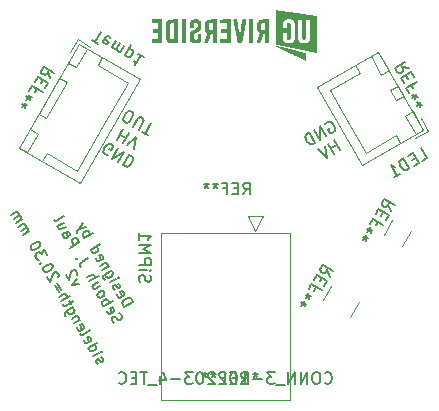
<source format=gbr>
%TF.GenerationSoftware,KiCad,Pcbnew,(6.0.8-1)-1*%
%TF.CreationDate,2022-11-30T21:43:59-05:00*%
%TF.ProjectId,Untitled,556e7469-746c-4656-942e-6b696361645f,rev?*%
%TF.SameCoordinates,Original*%
%TF.FileFunction,Legend,Bot*%
%TF.FilePolarity,Positive*%
%FSLAX46Y46*%
G04 Gerber Fmt 4.6, Leading zero omitted, Abs format (unit mm)*
G04 Created by KiCad (PCBNEW (6.0.8-1)-1) date 2022-11-30 21:43:59*
%MOMM*%
%LPD*%
G01*
G04 APERTURE LIST*
%ADD10C,0.150000*%
%ADD11C,0.120000*%
G04 APERTURE END LIST*
D10*
X95051138Y-67491243D02*
X95830561Y-67041243D01*
X95723418Y-66855666D01*
X95622017Y-66765749D01*
X95504929Y-66734375D01*
X95409270Y-66740117D01*
X95239380Y-66788716D01*
X95128034Y-66853001D01*
X95001001Y-66975831D01*
X94948198Y-67055804D01*
X94916825Y-67172891D01*
X94943995Y-67305666D01*
X95051138Y-67491243D01*
X94466825Y-66393469D02*
X94472567Y-66489128D01*
X94558281Y-66637589D01*
X94638253Y-66690392D01*
X94733913Y-66684650D01*
X95030836Y-66513221D01*
X95083638Y-66433249D01*
X95077896Y-66337589D01*
X94992182Y-66189128D01*
X94912209Y-66136326D01*
X94816550Y-66142067D01*
X94742319Y-66184925D01*
X94882374Y-66598936D01*
X94273968Y-66059430D02*
X94193995Y-66006628D01*
X94108281Y-65858167D01*
X94102539Y-65762507D01*
X94155341Y-65682535D01*
X94192457Y-65661106D01*
X94288116Y-65655364D01*
X94368088Y-65708167D01*
X94432374Y-65819513D01*
X94512347Y-65872315D01*
X94608006Y-65866573D01*
X94645121Y-65845144D01*
X94697924Y-65765172D01*
X94692182Y-65669513D01*
X94627896Y-65558167D01*
X94547924Y-65505364D01*
X93851138Y-65412782D02*
X94370753Y-65112782D01*
X94630561Y-64962782D02*
X94614874Y-65021326D01*
X94556330Y-65005639D01*
X94572017Y-64947095D01*
X94630561Y-64962782D01*
X94556330Y-65005639D01*
X93963610Y-64407590D02*
X93332649Y-64771876D01*
X93279847Y-64851848D01*
X93264160Y-64910392D01*
X93269902Y-65006051D01*
X93334188Y-65117398D01*
X93414160Y-65170200D01*
X93481111Y-64686161D02*
X93486852Y-64781821D01*
X93572567Y-64930282D01*
X93652539Y-64983084D01*
X93711083Y-64998771D01*
X93806742Y-64993029D01*
X94029435Y-64864458D01*
X94082237Y-64784485D01*
X94097924Y-64725941D01*
X94092182Y-64630282D01*
X94006468Y-64481821D01*
X93926495Y-64429018D01*
X93749325Y-64036436D02*
X93229709Y-64336436D01*
X93675094Y-64079293D02*
X93690781Y-64020749D01*
X93685039Y-63925090D01*
X93620753Y-63813744D01*
X93540781Y-63760942D01*
X93445121Y-63766684D01*
X93036852Y-64002398D01*
X92688253Y-63312892D02*
X92693995Y-63408552D01*
X92779709Y-63557013D01*
X92859682Y-63609815D01*
X92955341Y-63604074D01*
X93252264Y-63432645D01*
X93305066Y-63352673D01*
X93299325Y-63257013D01*
X93213610Y-63108552D01*
X93133638Y-63055750D01*
X93037979Y-63061491D01*
X92963748Y-63104349D01*
X93103803Y-63518359D01*
X92243995Y-62629129D02*
X93023418Y-62179129D01*
X92281111Y-62607700D02*
X92286852Y-62703360D01*
X92372567Y-62851821D01*
X92452539Y-62904623D01*
X92511083Y-62920310D01*
X92606742Y-62914568D01*
X92829435Y-62785997D01*
X92882237Y-62706024D01*
X92897924Y-62647481D01*
X92892182Y-62551821D01*
X92806468Y-62403360D01*
X92726495Y-62350558D01*
X91686852Y-61664129D02*
X92466275Y-61214129D01*
X92169352Y-61385558D02*
X92163610Y-61289898D01*
X92077896Y-61141437D01*
X91997924Y-61088635D01*
X91939380Y-61072948D01*
X91843720Y-61078690D01*
X91621028Y-61207261D01*
X91568226Y-61287234D01*
X91552539Y-61345778D01*
X91558281Y-61441437D01*
X91643995Y-61589898D01*
X91723968Y-61642701D01*
X91842182Y-60733168D02*
X91215424Y-60847591D01*
X91627896Y-60362014D02*
X91215424Y-60847591D01*
X91072704Y-61028965D01*
X91057017Y-61087509D01*
X91062759Y-61183168D01*
X94219097Y-68862391D02*
X94117696Y-68772474D01*
X94010553Y-68586897D01*
X94004811Y-68491237D01*
X94020498Y-68432693D01*
X94073300Y-68352721D01*
X94147531Y-68309864D01*
X94243190Y-68304122D01*
X94301734Y-68319809D01*
X94381706Y-68372611D01*
X94504536Y-68499644D01*
X94584509Y-68552446D01*
X94643053Y-68568133D01*
X94738712Y-68562391D01*
X94812943Y-68519534D01*
X94865745Y-68439562D01*
X94881432Y-68381018D01*
X94875690Y-68285358D01*
X94768547Y-68099781D01*
X94667146Y-68009864D01*
X93597668Y-67786045D02*
X93603410Y-67881705D01*
X93689124Y-68030166D01*
X93769097Y-68082968D01*
X93864756Y-68077227D01*
X94161679Y-67905798D01*
X94214481Y-67825825D01*
X94208739Y-67730166D01*
X94123025Y-67581705D01*
X94043053Y-67528902D01*
X93947393Y-67534644D01*
X93873163Y-67577501D01*
X94013217Y-67991512D01*
X93346267Y-67436320D02*
X94125690Y-66986320D01*
X93828767Y-67157749D02*
X93823025Y-67062089D01*
X93737311Y-66913628D01*
X93657338Y-66860826D01*
X93598794Y-66845139D01*
X93503135Y-66850881D01*
X93280443Y-66979452D01*
X93227641Y-67059425D01*
X93211954Y-67117969D01*
X93217696Y-67213628D01*
X93303410Y-67362089D01*
X93383382Y-67414892D01*
X92874838Y-66619782D02*
X92954811Y-66672584D01*
X93013355Y-66688271D01*
X93109014Y-66682529D01*
X93331706Y-66553958D01*
X93384509Y-66473985D01*
X93400195Y-66415441D01*
X93394454Y-66319782D01*
X93330168Y-66208436D01*
X93250195Y-66155634D01*
X93191652Y-66139947D01*
X93095992Y-66145689D01*
X92873300Y-66274260D01*
X92820498Y-66354233D01*
X92804811Y-66412776D01*
X92810553Y-66508436D01*
X92874838Y-66619782D01*
X92858739Y-65391898D02*
X92339124Y-65691898D01*
X93051597Y-65725936D02*
X92643327Y-65961650D01*
X92547668Y-65967392D01*
X92467696Y-65914590D01*
X92403410Y-65803244D01*
X92397668Y-65707584D01*
X92413355Y-65649040D01*
X92124838Y-65320744D02*
X92904261Y-64870744D01*
X91931981Y-64986705D02*
X92340250Y-64750991D01*
X92435910Y-64745249D01*
X92515882Y-64798052D01*
X92580168Y-64909398D01*
X92585910Y-65005057D01*
X92570223Y-65063601D01*
X92025690Y-63349013D02*
X91468959Y-63670442D01*
X91379042Y-63771843D01*
X91347668Y-63888931D01*
X91374838Y-64021706D01*
X91417696Y-64095936D01*
X91106212Y-63385003D02*
X91047668Y-63369316D01*
X91031981Y-63427860D01*
X91090525Y-63443546D01*
X91106212Y-63385003D01*
X91031981Y-63427860D01*
X90474838Y-62462860D02*
X91254261Y-62012860D01*
X91082833Y-61715937D01*
X91002860Y-61663135D01*
X90944316Y-61647448D01*
X90848657Y-61653190D01*
X90737311Y-61717475D01*
X90684509Y-61797448D01*
X90668822Y-61855992D01*
X90674564Y-61951651D01*
X90845992Y-62248574D01*
X89831981Y-61349399D02*
X90240250Y-61113684D01*
X90335910Y-61107943D01*
X90415882Y-61160745D01*
X90501597Y-61309206D01*
X90507338Y-61404866D01*
X89869097Y-61327970D02*
X89874838Y-61423629D01*
X89981981Y-61609206D01*
X90061954Y-61662009D01*
X90157613Y-61656267D01*
X90231844Y-61613410D01*
X90284646Y-61533437D01*
X90278904Y-61437778D01*
X90171761Y-61252201D01*
X90166020Y-61156542D01*
X89944454Y-60344207D02*
X89424838Y-60644207D01*
X90137311Y-60678245D02*
X89729042Y-60913959D01*
X89633382Y-60919701D01*
X89553410Y-60866899D01*
X89489124Y-60755553D01*
X89483382Y-60659893D01*
X89499069Y-60601349D01*
X89146267Y-60161707D02*
X89226240Y-60214509D01*
X89321899Y-60208767D01*
X89989976Y-59823053D01*
X91261011Y-65522552D02*
X90634253Y-65636975D01*
X91046726Y-65151398D01*
X91082302Y-64784447D02*
X91097989Y-64725903D01*
X91092247Y-64630244D01*
X90985105Y-64444667D01*
X90905132Y-64391865D01*
X90846588Y-64376178D01*
X90750929Y-64381920D01*
X90676698Y-64424777D01*
X90586781Y-64526178D01*
X90398539Y-65228706D01*
X90119967Y-64746206D01*
X92866498Y-72315621D02*
X92786525Y-72262819D01*
X92700811Y-72114358D01*
X92695069Y-72018698D01*
X92747871Y-71938726D01*
X92784987Y-71917297D01*
X92880646Y-71911556D01*
X92960618Y-71964358D01*
X93024904Y-72075704D01*
X93104877Y-72128506D01*
X93200536Y-72122764D01*
X93237651Y-72101336D01*
X93290453Y-72021363D01*
X93284712Y-71925704D01*
X93220426Y-71814358D01*
X93140453Y-71761556D01*
X92443668Y-71668973D02*
X92963283Y-71368973D01*
X93223091Y-71218973D02*
X93207404Y-71277517D01*
X93148860Y-71261830D01*
X93164547Y-71203286D01*
X93223091Y-71218973D01*
X93148860Y-71261830D01*
X92036525Y-70963781D02*
X92815948Y-70513781D01*
X92073640Y-70942353D02*
X92079382Y-71038012D01*
X92165096Y-71186473D01*
X92245069Y-71239276D01*
X92303613Y-71254962D01*
X92399272Y-71249221D01*
X92621964Y-71120649D01*
X92674767Y-71040677D01*
X92690453Y-70982133D01*
X92684712Y-70886473D01*
X92598997Y-70738012D01*
X92519025Y-70685210D01*
X91687926Y-70274276D02*
X91693668Y-70369935D01*
X91779382Y-70518397D01*
X91859355Y-70571199D01*
X91955014Y-70565457D01*
X92251937Y-70394028D01*
X92304739Y-70314056D01*
X92298997Y-70218397D01*
X92213283Y-70069935D01*
X92133311Y-70017133D01*
X92037651Y-70022875D01*
X91963421Y-70065732D01*
X92103475Y-70479743D01*
X91372239Y-69813204D02*
X91452212Y-69866007D01*
X91547871Y-69860265D01*
X92215948Y-69474551D01*
X91066498Y-69197930D02*
X91072239Y-69293589D01*
X91157954Y-69442051D01*
X91237926Y-69494853D01*
X91333585Y-69489111D01*
X91630508Y-69317683D01*
X91683311Y-69237710D01*
X91677569Y-69142051D01*
X91591855Y-68993589D01*
X91511882Y-68940787D01*
X91416223Y-68946529D01*
X91341992Y-68989386D01*
X91482047Y-69403397D01*
X91334712Y-68548205D02*
X90815096Y-68848205D01*
X91260481Y-68591062D02*
X91276168Y-68532518D01*
X91270426Y-68436859D01*
X91206140Y-68325513D01*
X91126168Y-68272710D01*
X91030508Y-68278452D01*
X90622239Y-68514166D01*
X90734712Y-67508974D02*
X90103750Y-67873260D01*
X90050948Y-67953233D01*
X90035261Y-68011776D01*
X90041003Y-68107436D01*
X90105289Y-68218782D01*
X90185261Y-68271584D01*
X90252212Y-67787546D02*
X90257954Y-67883205D01*
X90343668Y-68031667D01*
X90423640Y-68084469D01*
X90482184Y-68100156D01*
X90577844Y-68094414D01*
X90800536Y-67965842D01*
X90853338Y-67885870D01*
X90869025Y-67827326D01*
X90863283Y-67731667D01*
X90777569Y-67583205D01*
X90697596Y-67530403D01*
X90584712Y-67249167D02*
X90413283Y-66952244D01*
X90780234Y-66987821D02*
X90112157Y-67373535D01*
X90016498Y-67379277D01*
X89936525Y-67326474D01*
X89893668Y-67252244D01*
X89743668Y-66992436D02*
X90523091Y-66542436D01*
X89550811Y-66658398D02*
X89959080Y-66422683D01*
X90054739Y-66416942D01*
X90134712Y-66469744D01*
X90198997Y-66581090D01*
X90204739Y-66676749D01*
X90189052Y-66735293D01*
X89744794Y-66051530D02*
X89401937Y-65457684D01*
X89179245Y-65586255D02*
X89522102Y-66180101D01*
X89506003Y-64952217D02*
X89521690Y-64893673D01*
X89515948Y-64798013D01*
X89408805Y-64612437D01*
X89328833Y-64559634D01*
X89270289Y-64543948D01*
X89174629Y-64549689D01*
X89100398Y-64592546D01*
X89010481Y-64693948D01*
X88822239Y-65396475D01*
X88543668Y-64913975D01*
X89044519Y-63981475D02*
X89001662Y-63907244D01*
X88921690Y-63854442D01*
X88863146Y-63838755D01*
X88767486Y-63844497D01*
X88597596Y-63893096D01*
X88412019Y-64000239D01*
X88284987Y-64123069D01*
X88232184Y-64203041D01*
X88216498Y-64261585D01*
X88222239Y-64357244D01*
X88265096Y-64431475D01*
X88345069Y-64484277D01*
X88403613Y-64499964D01*
X88499272Y-64494222D01*
X88669162Y-64445624D01*
X88854739Y-64338481D01*
X88981772Y-64215651D01*
X89034574Y-64135678D01*
X89050261Y-64077135D01*
X89044519Y-63981475D01*
X87996470Y-63794772D02*
X87937926Y-63779085D01*
X87922239Y-63837629D01*
X87980783Y-63853316D01*
X87996470Y-63794772D01*
X87922239Y-63837629D01*
X88530234Y-63090706D02*
X88251662Y-62608206D01*
X88104739Y-63039443D01*
X88040453Y-62928096D01*
X87960481Y-62875294D01*
X87901937Y-62859607D01*
X87806278Y-62865349D01*
X87620701Y-62972492D01*
X87567899Y-63052465D01*
X87552212Y-63111009D01*
X87557954Y-63206668D01*
X87686525Y-63429360D01*
X87766498Y-63482162D01*
X87825041Y-63497849D01*
X87973091Y-62125706D02*
X87930234Y-62051476D01*
X87850261Y-61998674D01*
X87791717Y-61982987D01*
X87696058Y-61988729D01*
X87526168Y-62037327D01*
X87340591Y-62144470D01*
X87213558Y-62267300D01*
X87160756Y-62347272D01*
X87145069Y-62405816D01*
X87150811Y-62501476D01*
X87193668Y-62575706D01*
X87273640Y-62628509D01*
X87332184Y-62644195D01*
X87427844Y-62638454D01*
X87597734Y-62589855D01*
X87783311Y-62482712D01*
X87910344Y-62359882D01*
X87963146Y-62279910D01*
X87978833Y-62221366D01*
X87973091Y-62125706D01*
X86507954Y-61388014D02*
X87027569Y-61088014D01*
X86953338Y-61130872D02*
X86969025Y-61072328D01*
X86963283Y-60976668D01*
X86898997Y-60865322D01*
X86819025Y-60812520D01*
X86723366Y-60818262D01*
X86315096Y-61053976D01*
X86723366Y-60818262D02*
X86776168Y-60738289D01*
X86770426Y-60642630D01*
X86706140Y-60531284D01*
X86626168Y-60478482D01*
X86530508Y-60484223D01*
X86122239Y-60719938D01*
X85907954Y-60348784D02*
X86427569Y-60048784D01*
X86353338Y-60091641D02*
X86369025Y-60033097D01*
X86363283Y-59937438D01*
X86298997Y-59826092D01*
X86219025Y-59773290D01*
X86123366Y-59779031D01*
X85715096Y-60014746D01*
X86123366Y-59779031D02*
X86176168Y-59699059D01*
X86170426Y-59603400D01*
X86106140Y-59492053D01*
X86026168Y-59439251D01*
X85930508Y-59444993D01*
X85522239Y-59680707D01*
X120295314Y-55132249D02*
X120707707Y-54894154D01*
X120207707Y-54028128D01*
X119744734Y-54845283D02*
X119456059Y-55011950D01*
X119594245Y-55537011D02*
X120006639Y-55298916D01*
X119506639Y-54432890D01*
X119094245Y-54670986D01*
X119223092Y-55751297D02*
X118723092Y-54885271D01*
X118516895Y-55004319D01*
X118416987Y-55116987D01*
X118382127Y-55247084D01*
X118388507Y-55353373D01*
X118442506Y-55542139D01*
X118513934Y-55665857D01*
X118650412Y-55807005D01*
X118739270Y-55865674D01*
X118869368Y-55900534D01*
X119016895Y-55870344D01*
X119223092Y-55751297D01*
X117903434Y-56513201D02*
X118398306Y-56227487D01*
X118150870Y-56370344D02*
X117650870Y-55504319D01*
X117804777Y-55580418D01*
X117934875Y-55615277D01*
X118041163Y-55608898D01*
X93685171Y-54646361D02*
X93578882Y-54639981D01*
X93455165Y-54568553D01*
X93355256Y-54455885D01*
X93320397Y-54325787D01*
X93326776Y-54219499D01*
X93380775Y-54030732D01*
X93452204Y-53907014D01*
X93588681Y-53765866D01*
X93677539Y-53707197D01*
X93807637Y-53672338D01*
X93955165Y-53702527D01*
X94037643Y-53750146D01*
X94137552Y-53862814D01*
X94154981Y-53927863D01*
X93988315Y-54216538D01*
X93823357Y-54121300D01*
X94573754Y-54059670D02*
X94073754Y-54925695D01*
X95068626Y-54345384D01*
X94568626Y-55211410D01*
X95481019Y-54583479D02*
X94981019Y-55449505D01*
X95187215Y-55568553D01*
X95334743Y-55598742D01*
X95464840Y-55563882D01*
X95553699Y-55505213D01*
X95690176Y-55364065D01*
X95761605Y-55240348D01*
X95815604Y-55051581D01*
X95821983Y-54945293D01*
X95787124Y-54815195D01*
X95687215Y-54702527D01*
X95481019Y-54583479D01*
X95007600Y-52451083D02*
X94507600Y-53317109D01*
X94745696Y-52904716D02*
X95240567Y-53190430D01*
X95502472Y-52736798D02*
X95002472Y-53602823D01*
X95291147Y-53769490D02*
X96079822Y-53070131D01*
X95868497Y-54102823D01*
X95065165Y-51779951D02*
X95230122Y-51875189D01*
X95336410Y-51881568D01*
X95466508Y-51846709D01*
X95602985Y-51705561D01*
X95769652Y-51416886D01*
X95823650Y-51228119D01*
X95788791Y-51098022D01*
X95730122Y-51009163D01*
X95565165Y-50913925D01*
X95458876Y-50907545D01*
X95328779Y-50942405D01*
X95192301Y-51083553D01*
X95025635Y-51372228D01*
X94971636Y-51560994D01*
X95006495Y-51691092D01*
X95065165Y-51779951D01*
X95807472Y-52208522D02*
X96212234Y-51507454D01*
X96301092Y-51448785D01*
X96366141Y-51431355D01*
X96472429Y-51437735D01*
X96637387Y-51532973D01*
X96696056Y-51621831D01*
X96713485Y-51686880D01*
X96707106Y-51793168D01*
X96302344Y-52494236D01*
X96591019Y-52660903D02*
X97085891Y-52946617D01*
X97338455Y-51937735D02*
X96838455Y-52803760D01*
X96395238Y-65371428D02*
X96347619Y-65228571D01*
X96347619Y-64990476D01*
X96395238Y-64895238D01*
X96442857Y-64847619D01*
X96538095Y-64800000D01*
X96633333Y-64800000D01*
X96728571Y-64847619D01*
X96776190Y-64895238D01*
X96823809Y-64990476D01*
X96871428Y-65180952D01*
X96919047Y-65276190D01*
X96966666Y-65323809D01*
X97061904Y-65371428D01*
X97157142Y-65371428D01*
X97252380Y-65323809D01*
X97300000Y-65276190D01*
X97347619Y-65180952D01*
X97347619Y-64942857D01*
X97300000Y-64800000D01*
X96347619Y-64371428D02*
X97014285Y-64371428D01*
X97347619Y-64371428D02*
X97300000Y-64419047D01*
X97252380Y-64371428D01*
X97300000Y-64323809D01*
X97347619Y-64371428D01*
X97252380Y-64371428D01*
X96347619Y-63895238D02*
X97347619Y-63895238D01*
X97347619Y-63514285D01*
X97300000Y-63419047D01*
X97252380Y-63371428D01*
X97157142Y-63323809D01*
X97014285Y-63323809D01*
X96919047Y-63371428D01*
X96871428Y-63419047D01*
X96823809Y-63514285D01*
X96823809Y-63895238D01*
X96347619Y-62895238D02*
X97347619Y-62895238D01*
X96633333Y-62561904D01*
X97347619Y-62228571D01*
X96347619Y-62228571D01*
X96347619Y-61228571D02*
X96347619Y-61800000D01*
X96347619Y-61514285D02*
X97347619Y-61514285D01*
X97204761Y-61609523D01*
X97109523Y-61704761D01*
X97061904Y-61800000D01*
X112107328Y-51988884D02*
X112165997Y-51900026D01*
X112289715Y-51828597D01*
X112437243Y-51798408D01*
X112567340Y-51833268D01*
X112656199Y-51891937D01*
X112792676Y-52033085D01*
X112864105Y-52156802D01*
X112918104Y-52345569D01*
X112924483Y-52451857D01*
X112889624Y-52581955D01*
X112789715Y-52694623D01*
X112707237Y-52742242D01*
X112559709Y-52772431D01*
X112494661Y-52755001D01*
X112327994Y-52466326D01*
X112492951Y-52371088D01*
X112171126Y-53051766D02*
X111671126Y-52185740D01*
X111676254Y-53337480D01*
X111176254Y-52471455D01*
X111263861Y-53575575D02*
X110763861Y-52709550D01*
X110557665Y-52828597D01*
X110457756Y-52941265D01*
X110422897Y-53071363D01*
X110429276Y-53177651D01*
X110483275Y-53366418D01*
X110554704Y-53490136D01*
X110691181Y-53631284D01*
X110780039Y-53689953D01*
X110910137Y-53724812D01*
X111057665Y-53694623D01*
X111263861Y-53575575D01*
X113347280Y-54231781D02*
X112847280Y-53365756D01*
X113085375Y-53778149D02*
X112590503Y-54063863D01*
X112852408Y-54517495D02*
X112352408Y-53651470D01*
X112063733Y-53818137D02*
X112275058Y-54850829D01*
X111486382Y-54151470D01*
X92326084Y-44919490D02*
X92820955Y-45205204D01*
X93073520Y-44196321D02*
X92573520Y-45062347D01*
X93915735Y-44737561D02*
X93857066Y-44648702D01*
X93692109Y-44553464D01*
X93585821Y-44547084D01*
X93496963Y-44605754D01*
X93306486Y-44935668D01*
X93300107Y-45041956D01*
X93358776Y-45130814D01*
X93523733Y-45226053D01*
X93630021Y-45232432D01*
X93718879Y-45173763D01*
X93766499Y-45091285D01*
X93401725Y-44770711D01*
X94351938Y-44934417D02*
X94018605Y-45511767D01*
X94066224Y-45429288D02*
X94083653Y-45494337D01*
X94142323Y-45583195D01*
X94266040Y-45654624D01*
X94372329Y-45661004D01*
X94461187Y-45602335D01*
X94723092Y-45148702D01*
X94461187Y-45602335D02*
X94454807Y-45708623D01*
X94513476Y-45797481D01*
X94637194Y-45868910D01*
X94743482Y-45875289D01*
X94832341Y-45816620D01*
X95094245Y-45362988D01*
X95173305Y-46178434D02*
X95673305Y-45312408D01*
X95197115Y-46137194D02*
X95255784Y-46226053D01*
X95420741Y-46321291D01*
X95527029Y-46327670D01*
X95592078Y-46310241D01*
X95680936Y-46251572D01*
X95823793Y-46004136D01*
X95830173Y-45897848D01*
X95812743Y-45832799D01*
X95754074Y-45743940D01*
X95589117Y-45648702D01*
X95482829Y-45642323D01*
X96743818Y-46315369D02*
X96248946Y-46029655D01*
X96496382Y-46172512D02*
X95996382Y-47038537D01*
X95985332Y-46867200D01*
X95950472Y-46737103D01*
X95891803Y-46648244D01*
%TO.C,REF\u002A\u002A*%
X105133333Y-57952380D02*
X105466666Y-57476190D01*
X105704761Y-57952380D02*
X105704761Y-56952380D01*
X105323809Y-56952380D01*
X105228571Y-57000000D01*
X105180952Y-57047619D01*
X105133333Y-57142857D01*
X105133333Y-57285714D01*
X105180952Y-57380952D01*
X105228571Y-57428571D01*
X105323809Y-57476190D01*
X105704761Y-57476190D01*
X104704761Y-57428571D02*
X104371428Y-57428571D01*
X104228571Y-57952380D02*
X104704761Y-57952380D01*
X104704761Y-56952380D01*
X104228571Y-56952380D01*
X103466666Y-57428571D02*
X103800000Y-57428571D01*
X103800000Y-57952380D02*
X103800000Y-56952380D01*
X103323809Y-56952380D01*
X102800000Y-56952380D02*
X102800000Y-57190476D01*
X103038095Y-57095238D02*
X102800000Y-57190476D01*
X102561904Y-57095238D01*
X102942857Y-57380952D02*
X102800000Y-57190476D01*
X102657142Y-57380952D01*
X102038095Y-56952380D02*
X102038095Y-57190476D01*
X102276190Y-57095238D02*
X102038095Y-57190476D01*
X101800000Y-57095238D01*
X102180952Y-57380952D02*
X102038095Y-57190476D01*
X101895238Y-57380952D01*
X88829387Y-48133990D02*
X88583660Y-47607220D01*
X89115101Y-47639119D02*
X88249075Y-47139119D01*
X88058599Y-47469033D01*
X88052220Y-47575321D01*
X88069649Y-47640370D01*
X88128318Y-47729229D01*
X88252036Y-47800657D01*
X88358324Y-47807037D01*
X88423373Y-47789607D01*
X88512232Y-47730938D01*
X88702708Y-47401024D01*
X88161468Y-48243239D02*
X87994802Y-48531915D01*
X88377006Y-48917537D02*
X88615101Y-48505144D01*
X87749075Y-48005144D01*
X87510980Y-48417537D01*
X87542421Y-49315461D02*
X87709088Y-49026786D01*
X88162720Y-49288691D02*
X87296694Y-48788691D01*
X87058599Y-49201084D01*
X86796694Y-49654716D02*
X87002891Y-49773764D01*
X87039460Y-49519948D02*
X87002891Y-49773764D01*
X86801365Y-49932341D01*
X87239277Y-49745284D02*
X87002891Y-49773764D01*
X87096420Y-49992720D01*
X86415742Y-50314545D02*
X86621939Y-50433593D01*
X86658508Y-50179777D02*
X86621939Y-50433593D01*
X86420412Y-50592170D01*
X86858324Y-50405113D02*
X86621939Y-50433593D01*
X86715467Y-50652549D01*
X104980833Y-74002480D02*
X105314166Y-73526290D01*
X105552261Y-74002480D02*
X105552261Y-73002480D01*
X105171309Y-73002480D01*
X105076071Y-73050100D01*
X105028452Y-73097719D01*
X104980833Y-73192957D01*
X104980833Y-73335814D01*
X105028452Y-73431052D01*
X105076071Y-73478671D01*
X105171309Y-73526290D01*
X105552261Y-73526290D01*
X104552261Y-73478671D02*
X104218928Y-73478671D01*
X104076071Y-74002480D02*
X104552261Y-74002480D01*
X104552261Y-73002480D01*
X104076071Y-73002480D01*
X103314166Y-73478671D02*
X103647500Y-73478671D01*
X103647500Y-74002480D02*
X103647500Y-73002480D01*
X103171309Y-73002480D01*
X102647500Y-73002480D02*
X102647500Y-73240576D01*
X102885595Y-73145338D02*
X102647500Y-73240576D01*
X102409404Y-73145338D01*
X102790357Y-73431052D02*
X102647500Y-73240576D01*
X102504642Y-73431052D01*
X101885595Y-73002480D02*
X101885595Y-73240576D01*
X102123690Y-73145338D02*
X101885595Y-73240576D01*
X101647500Y-73145338D01*
X102028452Y-73431052D02*
X101885595Y-73240576D01*
X101742738Y-73431052D01*
X112052261Y-73907242D02*
X112099880Y-73954861D01*
X112242738Y-74002480D01*
X112337976Y-74002480D01*
X112480833Y-73954861D01*
X112576071Y-73859623D01*
X112623690Y-73764385D01*
X112671309Y-73573909D01*
X112671309Y-73431052D01*
X112623690Y-73240576D01*
X112576071Y-73145338D01*
X112480833Y-73050100D01*
X112337976Y-73002480D01*
X112242738Y-73002480D01*
X112099880Y-73050100D01*
X112052261Y-73097719D01*
X111433214Y-73002480D02*
X111242738Y-73002480D01*
X111147500Y-73050100D01*
X111052261Y-73145338D01*
X111004642Y-73335814D01*
X111004642Y-73669147D01*
X111052261Y-73859623D01*
X111147500Y-73954861D01*
X111242738Y-74002480D01*
X111433214Y-74002480D01*
X111528452Y-73954861D01*
X111623690Y-73859623D01*
X111671309Y-73669147D01*
X111671309Y-73335814D01*
X111623690Y-73145338D01*
X111528452Y-73050100D01*
X111433214Y-73002480D01*
X110576071Y-74002480D02*
X110576071Y-73002480D01*
X110004642Y-74002480D01*
X110004642Y-73002480D01*
X109528452Y-74002480D02*
X109528452Y-73002480D01*
X108957023Y-74002480D01*
X108957023Y-73002480D01*
X108718928Y-74097719D02*
X107957023Y-74097719D01*
X107814166Y-73002480D02*
X107195119Y-73002480D01*
X107528452Y-73383433D01*
X107385595Y-73383433D01*
X107290357Y-73431052D01*
X107242738Y-73478671D01*
X107195119Y-73573909D01*
X107195119Y-73812004D01*
X107242738Y-73907242D01*
X107290357Y-73954861D01*
X107385595Y-74002480D01*
X107671309Y-74002480D01*
X107766547Y-73954861D01*
X107814166Y-73907242D01*
X106766547Y-73621528D02*
X106004642Y-73621528D01*
X105004642Y-74002480D02*
X105576071Y-74002480D01*
X105290357Y-74002480D02*
X105290357Y-73002480D01*
X105385595Y-73145338D01*
X105480833Y-73240576D01*
X105576071Y-73288195D01*
X104385595Y-73002480D02*
X104290357Y-73002480D01*
X104195119Y-73050100D01*
X104147500Y-73097719D01*
X104099880Y-73192957D01*
X104052261Y-73383433D01*
X104052261Y-73621528D01*
X104099880Y-73812004D01*
X104147500Y-73907242D01*
X104195119Y-73954861D01*
X104290357Y-74002480D01*
X104385595Y-74002480D01*
X104480833Y-73954861D01*
X104528452Y-73907242D01*
X104576071Y-73812004D01*
X104623690Y-73621528D01*
X104623690Y-73383433D01*
X104576071Y-73192957D01*
X104528452Y-73097719D01*
X104480833Y-73050100D01*
X104385595Y-73002480D01*
X103671309Y-73097719D02*
X103623690Y-73050100D01*
X103528452Y-73002480D01*
X103290357Y-73002480D01*
X103195119Y-73050100D01*
X103147500Y-73097719D01*
X103099880Y-73192957D01*
X103099880Y-73288195D01*
X103147500Y-73431052D01*
X103718928Y-74002480D01*
X103099880Y-74002480D01*
X102718928Y-73097719D02*
X102671309Y-73050100D01*
X102576071Y-73002480D01*
X102337976Y-73002480D01*
X102242738Y-73050100D01*
X102195119Y-73097719D01*
X102147500Y-73192957D01*
X102147500Y-73288195D01*
X102195119Y-73431052D01*
X102766547Y-74002480D01*
X102147500Y-74002480D01*
X101528452Y-73002480D02*
X101433214Y-73002480D01*
X101337976Y-73050100D01*
X101290357Y-73097719D01*
X101242738Y-73192957D01*
X101195119Y-73383433D01*
X101195119Y-73621528D01*
X101242738Y-73812004D01*
X101290357Y-73907242D01*
X101337976Y-73954861D01*
X101433214Y-74002480D01*
X101528452Y-74002480D01*
X101623690Y-73954861D01*
X101671309Y-73907242D01*
X101718928Y-73812004D01*
X101766547Y-73621528D01*
X101766547Y-73383433D01*
X101718928Y-73192957D01*
X101671309Y-73097719D01*
X101623690Y-73050100D01*
X101528452Y-73002480D01*
X100861785Y-73002480D02*
X100242738Y-73002480D01*
X100576071Y-73383433D01*
X100433214Y-73383433D01*
X100337976Y-73431052D01*
X100290357Y-73478671D01*
X100242738Y-73573909D01*
X100242738Y-73812004D01*
X100290357Y-73907242D01*
X100337976Y-73954861D01*
X100433214Y-74002480D01*
X100718928Y-74002480D01*
X100814166Y-73954861D01*
X100861785Y-73907242D01*
X99814166Y-73621528D02*
X99052261Y-73621528D01*
X98147500Y-73335814D02*
X98147500Y-74002480D01*
X98385595Y-72954861D02*
X98623690Y-73669147D01*
X98004642Y-73669147D01*
X97861785Y-74097719D02*
X97099880Y-74097719D01*
X97004642Y-73002480D02*
X96433214Y-73002480D01*
X96718928Y-74002480D02*
X96718928Y-73002480D01*
X96099880Y-73478671D02*
X95766547Y-73478671D01*
X95623690Y-74002480D02*
X96099880Y-74002480D01*
X96099880Y-73002480D01*
X95623690Y-73002480D01*
X94623690Y-73907242D02*
X94671309Y-73954861D01*
X94814166Y-74002480D01*
X94909404Y-74002480D01*
X95052261Y-73954861D01*
X95147500Y-73859623D01*
X95195119Y-73764385D01*
X95242738Y-73573909D01*
X95242738Y-73431052D01*
X95195119Y-73240576D01*
X95147500Y-73145338D01*
X95052261Y-73050100D01*
X94909404Y-73002480D01*
X94814166Y-73002480D01*
X94671309Y-73050100D01*
X94623690Y-73097719D01*
X106187500Y-73002480D02*
X106187500Y-73240576D01*
X106425595Y-73145338D02*
X106187500Y-73240576D01*
X105949404Y-73145338D01*
X106330357Y-73431052D02*
X106187500Y-73240576D01*
X106044642Y-73431052D01*
X117682274Y-59361489D02*
X117436547Y-58834719D01*
X117967988Y-58866618D02*
X117101962Y-58366618D01*
X116911486Y-58696532D01*
X116905107Y-58802820D01*
X116922536Y-58867869D01*
X116981205Y-58956728D01*
X117104923Y-59028156D01*
X117211211Y-59034536D01*
X117276260Y-59017106D01*
X117365119Y-58958437D01*
X117555595Y-58628523D01*
X117014355Y-59470738D02*
X116847689Y-59759414D01*
X117229893Y-60145036D02*
X117467988Y-59732643D01*
X116601962Y-59232643D01*
X116363867Y-59645036D01*
X116395308Y-60542960D02*
X116561975Y-60254285D01*
X117015607Y-60516190D02*
X116149581Y-60016190D01*
X115911486Y-60428583D01*
X115649581Y-60882215D02*
X115855778Y-61001263D01*
X115892347Y-60747447D02*
X115855778Y-61001263D01*
X115654252Y-61159840D01*
X116092164Y-60972783D02*
X115855778Y-61001263D01*
X115949307Y-61220219D01*
X115268629Y-61542044D02*
X115474826Y-61661092D01*
X115511395Y-61407276D02*
X115474826Y-61661092D01*
X115273299Y-61819669D01*
X115711211Y-61632612D02*
X115474826Y-61661092D01*
X115568354Y-61880048D01*
X112466582Y-64921489D02*
X112220855Y-64394719D01*
X112752296Y-64426618D02*
X111886270Y-63926618D01*
X111695794Y-64256532D01*
X111689415Y-64362820D01*
X111706844Y-64427869D01*
X111765513Y-64516728D01*
X111889231Y-64588156D01*
X111995519Y-64594536D01*
X112060568Y-64577106D01*
X112149427Y-64518437D01*
X112339903Y-64188523D01*
X111798663Y-65030738D02*
X111631997Y-65319414D01*
X112014201Y-65705036D02*
X112252296Y-65292643D01*
X111386270Y-64792643D01*
X111148175Y-65205036D01*
X111179616Y-66102960D02*
X111346283Y-65814285D01*
X111799915Y-66076190D02*
X110933889Y-65576190D01*
X110695794Y-65988583D01*
X110433889Y-66442215D02*
X110640086Y-66561263D01*
X110676655Y-66307447D02*
X110640086Y-66561263D01*
X110438560Y-66719840D01*
X110876472Y-66532783D02*
X110640086Y-66561263D01*
X110733615Y-66780219D01*
X110052937Y-67102044D02*
X110259134Y-67221092D01*
X110295703Y-66967276D02*
X110259134Y-67221092D01*
X110057607Y-67379669D01*
X110495519Y-67192612D02*
X110259134Y-67221092D01*
X110352662Y-67440048D01*
X119174496Y-47261576D02*
X118595437Y-47210997D01*
X118888782Y-46766705D02*
X118022757Y-47266705D01*
X118213233Y-47596619D01*
X118302091Y-47655288D01*
X118367140Y-47672718D01*
X118473428Y-47666338D01*
X118597146Y-47594910D01*
X118655815Y-47506051D01*
X118673245Y-47441003D01*
X118666865Y-47334715D01*
X118476389Y-47004800D01*
X118935150Y-47894635D02*
X119101816Y-48183310D01*
X119626877Y-48045123D02*
X119388782Y-47632730D01*
X118522757Y-48132730D01*
X118760852Y-48545123D01*
X119554197Y-48966857D02*
X119387531Y-48678182D01*
X119841163Y-48416277D02*
X118975137Y-48916277D01*
X119213233Y-49328670D01*
X119475137Y-49782302D02*
X119681334Y-49663255D01*
X119479808Y-49504677D02*
X119681334Y-49663255D01*
X119717903Y-49917070D01*
X119774863Y-49444299D02*
X119681334Y-49663255D01*
X119917720Y-49691735D01*
X119856090Y-50442131D02*
X120062286Y-50323084D01*
X119860760Y-50164506D02*
X120062286Y-50323084D01*
X120098855Y-50576899D01*
X120155815Y-50104128D02*
X120062286Y-50323084D01*
X120298672Y-50351564D01*
D11*
X90513767Y-45911796D02*
X91138767Y-44829265D01*
X91248575Y-45239072D02*
X91898094Y-45614072D01*
X87848575Y-51128045D02*
X89598575Y-48096956D01*
X88498094Y-51503045D02*
X87848575Y-51128045D01*
X86184915Y-53989589D02*
X91244915Y-45225412D01*
X86848094Y-54360929D02*
X86198575Y-53985929D01*
X90248094Y-48471956D02*
X88498094Y-51503045D01*
X95376907Y-48488591D02*
X93226907Y-52212501D01*
X88522132Y-54461410D02*
X91076907Y-55936410D01*
X89598575Y-48096956D02*
X90248094Y-48471956D01*
X87748094Y-52802083D02*
X86848094Y-54360929D01*
X86198575Y-53985929D02*
X87098575Y-52427083D01*
X92822132Y-47013591D02*
X95376907Y-48488591D01*
X87098575Y-52427083D02*
X87748094Y-52802083D01*
X88147132Y-55110929D02*
X88522132Y-54461410D01*
X91898094Y-45614072D02*
X90998094Y-47172918D01*
X96415086Y-48210412D02*
X91355086Y-56974589D01*
X91138767Y-44829265D02*
X92221299Y-45454265D01*
X90998094Y-47172918D02*
X90348575Y-46797918D01*
X91076907Y-55936410D02*
X93226907Y-52212501D01*
X93197132Y-46364072D02*
X92822132Y-47013591D01*
X91355086Y-56974589D02*
X86184915Y-53989589D01*
X91244915Y-45225412D02*
X96415086Y-48210412D01*
X90348575Y-46797918D02*
X91248575Y-45239072D01*
X105552500Y-59808700D02*
X106187500Y-61078700D01*
X98186500Y-75404300D02*
X98186500Y-61205700D01*
X106187500Y-61078700D02*
X106822500Y-59808700D01*
X109108500Y-75404300D02*
X98186500Y-75404300D01*
X109108500Y-61205700D02*
X109108500Y-75404300D01*
X98186500Y-61205700D02*
X109108500Y-61205700D01*
X106822500Y-59808700D02*
X105552500Y-59808700D01*
X117775449Y-60115344D02*
X117048385Y-61374656D01*
X119351615Y-61025344D02*
X118624551Y-62284656D01*
X114933421Y-67064038D02*
X114222169Y-68295962D01*
X112577831Y-65704038D02*
X111866579Y-66935962D01*
X118847243Y-51299519D02*
X119496762Y-50924519D01*
X115023205Y-47676091D02*
X112468430Y-49151091D01*
X118448205Y-53608365D02*
X118073205Y-52958846D01*
X111430251Y-48872911D02*
X116600422Y-45887911D01*
X118097243Y-50000481D02*
X117597243Y-49134456D01*
X119747243Y-52858365D02*
X118847243Y-51299519D01*
X118073205Y-52958846D02*
X115518430Y-54433846D01*
X115947243Y-46276572D02*
X116596762Y-45901572D01*
X120806570Y-52593172D02*
X119724038Y-53218172D01*
X115518430Y-54433846D02*
X113993430Y-51792468D01*
X118746762Y-49625481D02*
X118097243Y-50000481D01*
X116596762Y-45901572D02*
X117496762Y-47460417D01*
X120396762Y-52483365D02*
X119747243Y-52858365D01*
X119496762Y-50924519D02*
X120396762Y-52483365D01*
X120181570Y-51510641D02*
X120806570Y-52593172D01*
X117496762Y-47460417D02*
X116847243Y-47835417D01*
X116847243Y-47835417D02*
X115947243Y-46276572D01*
X120410422Y-52487025D02*
X115240251Y-55472025D01*
X117597243Y-49134456D02*
X118246762Y-48759456D01*
X118246762Y-48759456D02*
X118746762Y-49625481D01*
X116600422Y-45887911D02*
X120410422Y-52487025D01*
X114648205Y-47026572D02*
X115023205Y-47676091D01*
X115240251Y-55472025D02*
X111430251Y-48872911D01*
X112468430Y-49151091D02*
X113993430Y-51792468D01*
%TO.C,G\u002A\u002A\u002A*%
G36*
X104528533Y-43144187D02*
G01*
X104567661Y-43144416D01*
X104595822Y-43145034D01*
X104614898Y-43146235D01*
X104626776Y-43148212D01*
X104633340Y-43151158D01*
X104636476Y-43155267D01*
X104638067Y-43160734D01*
X104638433Y-43162644D01*
X104640900Y-43177346D01*
X104645403Y-43205203D01*
X104651782Y-43245190D01*
X104659876Y-43296283D01*
X104669523Y-43357456D01*
X104680562Y-43427686D01*
X104692832Y-43505947D01*
X104706172Y-43591215D01*
X104720421Y-43682464D01*
X104735418Y-43778670D01*
X104751000Y-43878809D01*
X104757426Y-43920089D01*
X104772735Y-44018077D01*
X104787391Y-44111367D01*
X104801234Y-44198973D01*
X104814104Y-44279908D01*
X104825843Y-44353185D01*
X104836292Y-44417817D01*
X104845290Y-44472817D01*
X104852680Y-44517200D01*
X104858301Y-44549977D01*
X104861995Y-44570163D01*
X104863603Y-44576770D01*
X104864117Y-44574804D01*
X104866772Y-44560427D01*
X104871449Y-44532962D01*
X104877988Y-44493403D01*
X104886230Y-44442740D01*
X104896018Y-44381966D01*
X104907191Y-44312073D01*
X104919592Y-44234053D01*
X104933061Y-44148897D01*
X104947440Y-44057598D01*
X104962569Y-43961148D01*
X104978291Y-43860538D01*
X105089445Y-43147838D01*
X105256849Y-43145858D01*
X105310375Y-43145393D01*
X105354884Y-43145466D01*
X105387209Y-43146186D01*
X105408668Y-43147606D01*
X105420576Y-43149781D01*
X105424253Y-43152766D01*
X105423937Y-43154964D01*
X105421331Y-43169842D01*
X105416222Y-43197949D01*
X105408770Y-43238440D01*
X105399131Y-43290470D01*
X105387463Y-43353195D01*
X105373925Y-43425769D01*
X105358673Y-43507349D01*
X105341867Y-43597090D01*
X105323664Y-43694147D01*
X105304221Y-43797675D01*
X105283697Y-43906829D01*
X105262249Y-44020765D01*
X105240035Y-44138639D01*
X105229110Y-44196587D01*
X105207259Y-44312551D01*
X105186250Y-44424121D01*
X105166240Y-44530457D01*
X105147388Y-44630717D01*
X105129851Y-44724063D01*
X105113787Y-44809651D01*
X105099353Y-44886643D01*
X105086707Y-44954198D01*
X105076007Y-45011474D01*
X105067410Y-45057631D01*
X105061075Y-45091829D01*
X105057158Y-45113226D01*
X105055817Y-45120982D01*
X105051163Y-45122178D01*
X105033638Y-45123524D01*
X105004946Y-45124670D01*
X104967060Y-45125560D01*
X104921953Y-45126137D01*
X104871599Y-45126341D01*
X104830491Y-45126206D01*
X104784233Y-45125698D01*
X104744819Y-45124866D01*
X104714224Y-45123767D01*
X104694420Y-45122459D01*
X104687381Y-45120999D01*
X104687059Y-45118977D01*
X104684443Y-45104469D01*
X104679326Y-45076730D01*
X104671868Y-45036600D01*
X104662226Y-44984921D01*
X104650557Y-44922533D01*
X104637018Y-44850276D01*
X104621769Y-44768992D01*
X104604965Y-44679521D01*
X104586766Y-44582703D01*
X104567328Y-44479381D01*
X104546810Y-44370393D01*
X104525369Y-44256581D01*
X104503163Y-44138786D01*
X104492366Y-44081517D01*
X104470500Y-43965444D01*
X104449477Y-43853715D01*
X104429454Y-43747176D01*
X104410588Y-43646671D01*
X104393038Y-43553044D01*
X104376962Y-43467141D01*
X104362516Y-43389807D01*
X104349860Y-43321885D01*
X104339152Y-43264221D01*
X104330548Y-43217659D01*
X104324207Y-43183044D01*
X104320286Y-43161221D01*
X104318944Y-43153034D01*
X104320593Y-43150900D01*
X104330078Y-43148277D01*
X104349127Y-43146364D01*
X104379031Y-43145088D01*
X104421082Y-43144375D01*
X104476573Y-43144154D01*
X104528533Y-43144187D01*
G37*
G36*
X107942516Y-45350293D02*
G01*
X107944459Y-45350809D01*
X107958720Y-45354477D01*
X107985979Y-45361441D01*
X108025348Y-45371475D01*
X108075941Y-45384355D01*
X108136871Y-45399855D01*
X108207251Y-45417750D01*
X108286194Y-45437815D01*
X108372814Y-45459826D01*
X108466224Y-45483556D01*
X108565537Y-45508781D01*
X108669866Y-45535276D01*
X108778324Y-45562816D01*
X108890025Y-45591176D01*
X109004082Y-45620130D01*
X109119609Y-45649454D01*
X109235717Y-45678923D01*
X109351521Y-45708310D01*
X109466133Y-45737393D01*
X109578668Y-45765944D01*
X109688237Y-45793740D01*
X109793955Y-45820554D01*
X109894935Y-45846163D01*
X109990289Y-45870341D01*
X110079131Y-45892863D01*
X110160574Y-45913503D01*
X110233732Y-45932037D01*
X110297717Y-45948240D01*
X110351643Y-45961887D01*
X110394623Y-45972752D01*
X110425771Y-45980610D01*
X110444198Y-45985237D01*
X110493937Y-45997643D01*
X110493937Y-46320971D01*
X110493875Y-46368372D01*
X110493581Y-46432642D01*
X110493070Y-46491109D01*
X110492369Y-46542286D01*
X110491503Y-46584683D01*
X110490499Y-46616810D01*
X110489384Y-46637179D01*
X110488185Y-46644299D01*
X110484646Y-46642796D01*
X110468798Y-46635543D01*
X110440965Y-46622618D01*
X110401938Y-46604394D01*
X110352505Y-46581243D01*
X110293455Y-46553537D01*
X110225578Y-46521650D01*
X110149661Y-46485953D01*
X110066494Y-46446818D01*
X109976866Y-46404619D01*
X109881566Y-46359728D01*
X109781383Y-46312517D01*
X109677106Y-46263358D01*
X109569524Y-46212625D01*
X109459425Y-46160689D01*
X109347600Y-46107924D01*
X109234836Y-46054700D01*
X109121923Y-46001392D01*
X109009650Y-45948371D01*
X108898806Y-45896011D01*
X108790179Y-45844682D01*
X108684559Y-45794758D01*
X108582735Y-45746612D01*
X108485495Y-45700615D01*
X108393629Y-45657140D01*
X108307926Y-45616560D01*
X108229174Y-45579247D01*
X108158163Y-45545573D01*
X108095682Y-45515912D01*
X108042519Y-45490634D01*
X107999463Y-45470114D01*
X107967304Y-45454723D01*
X107946830Y-45444834D01*
X107938831Y-45440819D01*
X107935574Y-45436614D01*
X107931192Y-45418885D01*
X107929620Y-45390684D01*
X107929851Y-45372059D01*
X107931431Y-45356149D01*
X107935335Y-45349886D01*
X107942516Y-45350293D01*
G37*
G36*
X100317726Y-45126341D02*
G01*
X99986133Y-45126341D01*
X99986133Y-43144154D01*
X100317726Y-43144154D01*
X100317726Y-45126341D01*
G37*
G36*
X102579925Y-45126341D02*
G01*
X102579925Y-44337888D01*
X102419015Y-44337888D01*
X102404070Y-44383942D01*
X102403881Y-44384525D01*
X102398036Y-44402691D01*
X102388362Y-44432918D01*
X102375460Y-44473320D01*
X102359931Y-44522011D01*
X102342378Y-44577105D01*
X102323401Y-44636715D01*
X102303601Y-44698955D01*
X102284224Y-44759833D01*
X102264117Y-44822874D01*
X102244979Y-44882756D01*
X102227507Y-44937299D01*
X102212400Y-44984327D01*
X102200355Y-45021662D01*
X102192068Y-45047128D01*
X102166058Y-45126341D01*
X101828895Y-45126341D01*
X101968776Y-44712346D01*
X101992420Y-44642199D01*
X102016204Y-44571277D01*
X102038083Y-44505662D01*
X102057652Y-44446589D01*
X102074506Y-44395295D01*
X102088238Y-44353013D01*
X102098443Y-44320979D01*
X102104715Y-44300427D01*
X102106649Y-44292594D01*
X102106139Y-44291768D01*
X102097174Y-44283792D01*
X102079660Y-44270710D01*
X102056745Y-44254902D01*
X102039082Y-44242164D01*
X101991387Y-44197246D01*
X101951754Y-44143904D01*
X101923521Y-44086360D01*
X101922551Y-44083711D01*
X101918253Y-44071307D01*
X101914763Y-44058994D01*
X101911980Y-44045122D01*
X101909801Y-44028046D01*
X101908125Y-44006117D01*
X101906851Y-43977689D01*
X101905876Y-43941113D01*
X101905099Y-43894742D01*
X101904417Y-43836929D01*
X101903729Y-43766027D01*
X101903548Y-43744705D01*
X102229910Y-43744705D01*
X102229912Y-43753046D01*
X102230078Y-43808692D01*
X102230604Y-43851972D01*
X102231623Y-43884982D01*
X102233268Y-43909815D01*
X102235672Y-43928569D01*
X102238966Y-43943336D01*
X102243284Y-43956213D01*
X102245407Y-43961389D01*
X102267753Y-43997337D01*
X102298756Y-44025607D01*
X102334713Y-44042696D01*
X102339050Y-44043663D01*
X102360562Y-44046327D01*
X102392112Y-44048482D01*
X102430178Y-44049929D01*
X102471236Y-44050466D01*
X102579925Y-44050507D01*
X102579925Y-43438903D01*
X102471236Y-43438944D01*
X102463501Y-43438956D01*
X102412021Y-43439708D01*
X102372388Y-43441995D01*
X102342075Y-43446315D01*
X102318552Y-43453171D01*
X102299293Y-43463063D01*
X102281768Y-43476492D01*
X102275973Y-43481723D01*
X102262186Y-43496188D01*
X102251426Y-43512124D01*
X102243326Y-43531426D01*
X102237520Y-43555986D01*
X102233641Y-43587700D01*
X102231324Y-43628462D01*
X102230203Y-43680166D01*
X102229910Y-43744705D01*
X101903548Y-43744705D01*
X101903327Y-43718763D01*
X101902982Y-43647018D01*
X101903238Y-43587400D01*
X101904272Y-43538250D01*
X101906260Y-43497912D01*
X101909378Y-43464729D01*
X101913801Y-43437043D01*
X101919705Y-43413197D01*
X101927266Y-43391534D01*
X101936660Y-43370396D01*
X101948062Y-43348128D01*
X101964489Y-43320658D01*
X102008195Y-43268394D01*
X102063345Y-43225292D01*
X102129816Y-43191423D01*
X102207484Y-43166855D01*
X102296229Y-43151657D01*
X102316165Y-43150112D01*
X102350413Y-43148521D01*
X102395261Y-43147109D01*
X102448526Y-43145925D01*
X102508030Y-43145016D01*
X102571592Y-43144430D01*
X102637033Y-43144214D01*
X102911518Y-43144154D01*
X102911518Y-45126341D01*
X102579925Y-45126341D01*
G37*
G36*
X111328445Y-45965937D02*
G01*
X111322802Y-45964775D01*
X111301842Y-45960452D01*
X111267493Y-45953367D01*
X111220427Y-45943656D01*
X111161312Y-45931459D01*
X111090818Y-45916914D01*
X111009616Y-45900159D01*
X110918375Y-45881331D01*
X110817765Y-45860570D01*
X110708456Y-45838013D01*
X110591118Y-45813799D01*
X110466419Y-45788066D01*
X110335032Y-45760952D01*
X110197624Y-45732596D01*
X110054866Y-45703135D01*
X109907428Y-45672707D01*
X109755980Y-45641452D01*
X109601191Y-45609508D01*
X109503556Y-45589359D01*
X109351975Y-45558085D01*
X109204607Y-45527688D01*
X109062092Y-45498299D01*
X108925066Y-45470049D01*
X108794171Y-45443071D01*
X108670043Y-45417496D01*
X108553323Y-45393455D01*
X108444648Y-45371079D01*
X108344657Y-45350501D01*
X108253990Y-45331851D01*
X108173284Y-45315261D01*
X108103179Y-45300863D01*
X108044313Y-45288788D01*
X107997325Y-45279167D01*
X107962854Y-45272133D01*
X107941538Y-45267815D01*
X107934017Y-45266347D01*
X107933871Y-45265555D01*
X107933436Y-45253613D01*
X107933013Y-45227867D01*
X107932606Y-45189017D01*
X107932215Y-45137767D01*
X107931843Y-45074818D01*
X107931493Y-45000872D01*
X107931166Y-44916631D01*
X107930864Y-44822797D01*
X107930590Y-44720073D01*
X107930345Y-44609159D01*
X107930133Y-44490759D01*
X107929954Y-44365574D01*
X107929811Y-44234306D01*
X107929707Y-44097657D01*
X107929642Y-43956329D01*
X107929634Y-43903133D01*
X108510309Y-43903133D01*
X108834691Y-43903133D01*
X108837561Y-43713388D01*
X108837646Y-43707896D01*
X108839063Y-43639357D01*
X108840947Y-43584982D01*
X108843329Y-43544240D01*
X108846239Y-43516602D01*
X108849707Y-43501537D01*
X108857219Y-43486405D01*
X108884435Y-43453136D01*
X108921383Y-43428880D01*
X108966165Y-43414358D01*
X109016879Y-43410289D01*
X109071625Y-43417395D01*
X109110532Y-43432269D01*
X109144618Y-43458522D01*
X109168207Y-43493313D01*
X109170590Y-43499076D01*
X109172751Y-43506055D01*
X109174621Y-43515031D01*
X109176221Y-43526984D01*
X109177571Y-43542895D01*
X109178692Y-43563742D01*
X109179607Y-43590507D01*
X109180335Y-43624169D01*
X109180897Y-43665708D01*
X109181316Y-43716105D01*
X109181611Y-43776338D01*
X109181804Y-43847390D01*
X109181916Y-43930238D01*
X109181968Y-44025864D01*
X109181980Y-44135248D01*
X109181969Y-44241103D01*
X109181919Y-44337186D01*
X109181809Y-44420458D01*
X109181619Y-44491898D01*
X109181328Y-44552488D01*
X109180914Y-44603207D01*
X109180357Y-44645034D01*
X109179635Y-44678951D01*
X109178727Y-44705937D01*
X109177613Y-44726971D01*
X109176271Y-44743035D01*
X109174681Y-44755108D01*
X109172820Y-44764170D01*
X109170669Y-44771202D01*
X109168207Y-44777182D01*
X109146478Y-44809971D01*
X109112982Y-44836840D01*
X109071625Y-44853101D01*
X109018459Y-44860404D01*
X108967556Y-44856964D01*
X108923177Y-44842851D01*
X108886816Y-44818783D01*
X108859971Y-44785480D01*
X108844137Y-44743663D01*
X108843012Y-44736905D01*
X108840674Y-44711784D01*
X108838728Y-44674901D01*
X108837247Y-44628325D01*
X108836304Y-44574127D01*
X108835974Y-44514374D01*
X108835974Y-44323150D01*
X108510418Y-44323150D01*
X108513710Y-44571845D01*
X108514273Y-44611652D01*
X108515410Y-44676257D01*
X108516719Y-44728534D01*
X108518279Y-44770057D01*
X108520173Y-44802401D01*
X108522484Y-44827140D01*
X108525291Y-44845849D01*
X108528678Y-44860102D01*
X108542074Y-44899509D01*
X108573025Y-44962256D01*
X108613414Y-45014766D01*
X108664160Y-45057914D01*
X108726180Y-45092578D01*
X108800393Y-45119635D01*
X108816371Y-45123980D01*
X108839558Y-45128876D01*
X108865621Y-45132424D01*
X108897525Y-45134906D01*
X108938235Y-45136605D01*
X108990717Y-45137804D01*
X109030226Y-45138225D01*
X109074171Y-45138056D01*
X109112776Y-45137243D01*
X109142911Y-45135857D01*
X109161444Y-45133967D01*
X109188923Y-45128450D01*
X109268660Y-45105087D01*
X109336739Y-45072802D01*
X109393308Y-45031468D01*
X109438515Y-44980962D01*
X109472507Y-44921158D01*
X109495434Y-44851932D01*
X109496303Y-44847026D01*
X109498343Y-44825012D01*
X109500184Y-44790166D01*
X109501824Y-44743800D01*
X109503265Y-44687229D01*
X109504507Y-44621763D01*
X109505549Y-44548717D01*
X109506391Y-44469402D01*
X109507035Y-44385132D01*
X109507481Y-44297220D01*
X109507727Y-44206977D01*
X109507775Y-44115718D01*
X109507625Y-44024754D01*
X109507276Y-43935398D01*
X109506730Y-43848964D01*
X109505985Y-43766764D01*
X109505043Y-43690111D01*
X109503904Y-43620317D01*
X109502567Y-43558695D01*
X109501033Y-43506559D01*
X109499302Y-43465220D01*
X109497375Y-43435992D01*
X109495250Y-43420187D01*
X109482405Y-43378780D01*
X109451682Y-43314892D01*
X109409883Y-43260353D01*
X109356725Y-43214889D01*
X109291927Y-43178229D01*
X109219088Y-43151523D01*
X109822906Y-43151523D01*
X109825093Y-43989715D01*
X109825211Y-44034773D01*
X109825434Y-44115718D01*
X109825554Y-44159381D01*
X109825894Y-44270368D01*
X109826246Y-44368568D01*
X109826625Y-44454817D01*
X109827046Y-44529949D01*
X109827523Y-44594800D01*
X109828072Y-44650205D01*
X109828707Y-44696999D01*
X109829443Y-44736016D01*
X109830296Y-44768093D01*
X109831280Y-44794064D01*
X109832410Y-44814764D01*
X109833701Y-44831029D01*
X109835167Y-44843694D01*
X109836825Y-44853593D01*
X109838688Y-44861562D01*
X109840771Y-44868436D01*
X109865004Y-44928500D01*
X109900975Y-44988217D01*
X109945975Y-45037195D01*
X110000881Y-45076181D01*
X110066571Y-45105925D01*
X110143923Y-45127177D01*
X110147544Y-45127906D01*
X110199356Y-45135322D01*
X110260397Y-45139676D01*
X110325937Y-45140978D01*
X110391244Y-45139233D01*
X110451589Y-45134448D01*
X110502241Y-45126632D01*
X110572519Y-45106890D01*
X110640446Y-45075493D01*
X110697515Y-45034143D01*
X110743768Y-44982804D01*
X110779244Y-44921440D01*
X110803982Y-44850014D01*
X110804550Y-44847360D01*
X110806040Y-44835755D01*
X110807395Y-44817450D01*
X110808626Y-44791776D01*
X110809740Y-44758062D01*
X110810747Y-44715639D01*
X110811658Y-44663837D01*
X110812480Y-44601986D01*
X110813224Y-44529417D01*
X110813899Y-44445459D01*
X110814513Y-44349443D01*
X110815078Y-44240698D01*
X110815601Y-44118556D01*
X110816092Y-43982347D01*
X110818863Y-43151523D01*
X110494377Y-43151523D01*
X110490253Y-44747257D01*
X110471398Y-44783898D01*
X110453020Y-44810763D01*
X110419738Y-44837682D01*
X110377461Y-44854375D01*
X110327538Y-44860360D01*
X110271319Y-44855157D01*
X110262339Y-44853335D01*
X110221511Y-44839450D01*
X110190870Y-44817257D01*
X110167704Y-44784917D01*
X110151291Y-44754221D01*
X110149291Y-43952872D01*
X110147290Y-43151523D01*
X109822906Y-43151523D01*
X109219088Y-43151523D01*
X109215204Y-43150099D01*
X109202038Y-43146412D01*
X109180920Y-43141341D01*
X109159478Y-43137735D01*
X109134829Y-43135351D01*
X109104092Y-43133947D01*
X109064384Y-43133283D01*
X109012823Y-43133115D01*
X108984274Y-43133157D01*
X108939115Y-43133563D01*
X108904333Y-43134598D01*
X108877063Y-43136498D01*
X108854439Y-43139501D01*
X108833594Y-43143844D01*
X108811663Y-43149764D01*
X108766341Y-43164696D01*
X108696221Y-43197085D01*
X108637993Y-43237678D01*
X108591121Y-43286980D01*
X108555066Y-43345490D01*
X108529292Y-43413713D01*
X108528522Y-43416512D01*
X108524886Y-43433013D01*
X108521925Y-43453618D01*
X108519536Y-43480099D01*
X108517614Y-43514228D01*
X108516054Y-43557778D01*
X108514752Y-43612521D01*
X108513605Y-43680229D01*
X108510309Y-43903133D01*
X107929634Y-43903133D01*
X107929620Y-43811024D01*
X107929623Y-43726368D01*
X107929646Y-43558373D01*
X107929697Y-43404273D01*
X107929779Y-43263498D01*
X107929897Y-43135476D01*
X107930055Y-43019637D01*
X107930256Y-42915410D01*
X107930505Y-42822224D01*
X107930806Y-42739508D01*
X107931163Y-42666690D01*
X107931580Y-42603200D01*
X107932061Y-42548466D01*
X107932610Y-42501918D01*
X107933231Y-42462985D01*
X107933928Y-42431096D01*
X107934705Y-42405679D01*
X107935567Y-42386164D01*
X107936517Y-42371980D01*
X107937559Y-42362555D01*
X107938697Y-42357319D01*
X107939936Y-42355700D01*
X107940787Y-42355782D01*
X107952904Y-42357375D01*
X107978609Y-42360919D01*
X108017123Y-42366301D01*
X108067664Y-42373410D01*
X108129451Y-42382135D01*
X108201705Y-42392364D01*
X108283643Y-42403985D01*
X108374486Y-42416886D01*
X108473452Y-42430957D01*
X108579761Y-42446084D01*
X108692631Y-42462158D01*
X108811283Y-42479066D01*
X108934935Y-42496696D01*
X109062807Y-42514938D01*
X109194117Y-42533678D01*
X109328086Y-42552807D01*
X109463931Y-42572211D01*
X109600873Y-42591780D01*
X109738131Y-42611402D01*
X109874924Y-42630965D01*
X110010471Y-42650358D01*
X110143991Y-42669469D01*
X110274703Y-42688186D01*
X110401827Y-42706398D01*
X110524583Y-42723993D01*
X110642188Y-42740860D01*
X110753863Y-42756887D01*
X110858827Y-42771963D01*
X110956298Y-42785975D01*
X111045496Y-42798812D01*
X111125641Y-42810363D01*
X111195951Y-42820515D01*
X111255646Y-42829159D01*
X111303945Y-42836180D01*
X111340067Y-42841469D01*
X111363232Y-42844914D01*
X111372658Y-42846402D01*
X111392922Y-42850576D01*
X111392922Y-45979207D01*
X111328445Y-45965937D01*
G37*
G36*
X107023267Y-45126341D02*
G01*
X107023267Y-44337888D01*
X106861974Y-44337888D01*
X106835910Y-44420786D01*
X106832629Y-44431194D01*
X106822803Y-44462232D01*
X106809418Y-44504391D01*
X106793101Y-44555706D01*
X106774478Y-44614209D01*
X106754175Y-44677932D01*
X106732817Y-44744908D01*
X106711031Y-44813170D01*
X106612216Y-45122657D01*
X106445621Y-45124638D01*
X106425699Y-45124858D01*
X106374549Y-45125190D01*
X106336107Y-45124962D01*
X106308854Y-45124105D01*
X106291269Y-45122551D01*
X106281833Y-45120231D01*
X106279026Y-45117074D01*
X106280563Y-45111092D01*
X106286414Y-45092096D01*
X106296243Y-45061446D01*
X106309632Y-45020406D01*
X106326163Y-44970246D01*
X106345418Y-44912231D01*
X106366978Y-44847629D01*
X106390428Y-44777707D01*
X106415347Y-44703732D01*
X106435928Y-44642697D01*
X106459651Y-44572161D01*
X106481563Y-44506807D01*
X106501247Y-44447889D01*
X106518287Y-44396661D01*
X106532266Y-44354377D01*
X106542767Y-44322289D01*
X106549374Y-44301653D01*
X106551669Y-44293721D01*
X106550663Y-44291459D01*
X106540874Y-44282330D01*
X106524036Y-44270936D01*
X106485820Y-44245335D01*
X106436840Y-44200785D01*
X106397879Y-44147740D01*
X106366809Y-44083667D01*
X106365399Y-44080079D01*
X106361128Y-44068520D01*
X106357667Y-44056909D01*
X106354915Y-44043613D01*
X106352768Y-44027001D01*
X106351125Y-44005442D01*
X106349882Y-43977304D01*
X106348937Y-43940955D01*
X106348187Y-43894764D01*
X106347531Y-43837098D01*
X106346865Y-43766328D01*
X106346681Y-43744705D01*
X106677261Y-43744705D01*
X106677304Y-43787272D01*
X106677576Y-43837494D01*
X106678203Y-43876261D01*
X106679301Y-43905509D01*
X106680991Y-43927177D01*
X106683389Y-43943202D01*
X106686616Y-43955521D01*
X106690788Y-43966072D01*
X106710219Y-43996917D01*
X106741547Y-44025416D01*
X106778486Y-44042814D01*
X106782796Y-44043772D01*
X106804170Y-44046393D01*
X106835596Y-44048514D01*
X106873568Y-44049938D01*
X106914578Y-44050466D01*
X107023267Y-44050507D01*
X107023267Y-43438903D01*
X106914578Y-43438944D01*
X106913453Y-43438945D01*
X106860509Y-43439558D01*
X106819709Y-43441629D01*
X106788541Y-43445627D01*
X106764492Y-43452022D01*
X106745049Y-43461284D01*
X106727698Y-43473883D01*
X106714478Y-43485689D01*
X106702963Y-43498618D01*
X106694093Y-43513433D01*
X106687525Y-43531968D01*
X106682918Y-43556060D01*
X106679930Y-43587543D01*
X106678219Y-43628255D01*
X106677443Y-43680030D01*
X106677261Y-43744705D01*
X106346681Y-43744705D01*
X106346532Y-43727180D01*
X106346122Y-43660198D01*
X106346075Y-43605481D01*
X106346440Y-43561386D01*
X106347263Y-43526275D01*
X106348591Y-43498507D01*
X106350469Y-43476443D01*
X106352945Y-43458441D01*
X106356066Y-43442863D01*
X106374396Y-43384293D01*
X106406991Y-43322275D01*
X106451028Y-43269453D01*
X106506406Y-43225903D01*
X106573023Y-43191702D01*
X106650779Y-43166928D01*
X106739571Y-43151657D01*
X106759507Y-43150112D01*
X106793755Y-43148521D01*
X106838603Y-43147109D01*
X106891868Y-43145925D01*
X106951372Y-43145016D01*
X107014934Y-43144430D01*
X107080375Y-43144214D01*
X107354860Y-43144154D01*
X107354860Y-45126341D01*
X107023267Y-45126341D01*
G37*
G36*
X99306368Y-45124426D02*
G01*
X99263310Y-45123994D01*
X99192845Y-45123208D01*
X99134718Y-45122391D01*
X99087361Y-45121464D01*
X99049208Y-45120348D01*
X99018694Y-45118964D01*
X98994251Y-45117233D01*
X98974313Y-45115077D01*
X98957314Y-45112416D01*
X98941687Y-45109172D01*
X98925866Y-45105266D01*
X98891691Y-45095314D01*
X98818943Y-45065338D01*
X98757356Y-45026392D01*
X98707292Y-44978734D01*
X98669113Y-44922620D01*
X98667175Y-44918990D01*
X98659715Y-44904924D01*
X98653149Y-44891732D01*
X98647420Y-44878438D01*
X98642470Y-44864068D01*
X98638243Y-44847643D01*
X98634681Y-44828190D01*
X98631728Y-44804733D01*
X98629326Y-44776295D01*
X98627420Y-44741901D01*
X98625950Y-44700575D01*
X98624862Y-44651342D01*
X98624098Y-44593226D01*
X98623600Y-44525251D01*
X98623312Y-44446441D01*
X98623176Y-44355821D01*
X98623137Y-44252415D01*
X98623137Y-44135248D01*
X98954835Y-44135248D01*
X98954838Y-44187089D01*
X98954871Y-44287149D01*
X98954958Y-44373948D01*
X98955123Y-44448492D01*
X98955386Y-44511787D01*
X98955771Y-44564837D01*
X98956299Y-44608648D01*
X98956994Y-44644225D01*
X98957876Y-44672574D01*
X98958968Y-44694699D01*
X98960293Y-44711606D01*
X98961873Y-44724300D01*
X98963729Y-44733786D01*
X98965885Y-44741070D01*
X98968362Y-44747157D01*
X98987794Y-44778002D01*
X99019121Y-44806501D01*
X99056060Y-44823899D01*
X99059270Y-44824649D01*
X99079866Y-44827345D01*
X99110667Y-44829532D01*
X99148069Y-44831004D01*
X99188469Y-44831551D01*
X99293473Y-44831592D01*
X99293473Y-43438903D01*
X99188469Y-43438944D01*
X99177989Y-43438985D01*
X99138016Y-43439790D01*
X99101968Y-43441466D01*
X99073448Y-43443804D01*
X99056060Y-43446596D01*
X99023893Y-43460904D01*
X98991567Y-43488106D01*
X98968362Y-43523339D01*
X98967158Y-43526111D01*
X98964834Y-43532635D01*
X98962822Y-43540828D01*
X98961098Y-43551695D01*
X98959641Y-43566242D01*
X98958428Y-43585474D01*
X98957437Y-43610396D01*
X98956645Y-43642013D01*
X98956032Y-43681331D01*
X98955574Y-43729355D01*
X98955249Y-43787090D01*
X98955034Y-43855542D01*
X98954909Y-43935715D01*
X98954850Y-44028615D01*
X98954835Y-44135248D01*
X98623137Y-44135248D01*
X98623136Y-44111101D01*
X98623142Y-43996699D01*
X98623198Y-43895868D01*
X98623361Y-43807635D01*
X98623688Y-43731026D01*
X98624234Y-43665066D01*
X98625054Y-43608782D01*
X98626205Y-43561199D01*
X98627742Y-43521342D01*
X98629722Y-43488239D01*
X98632200Y-43460914D01*
X98635232Y-43438393D01*
X98638874Y-43419703D01*
X98643182Y-43403869D01*
X98648211Y-43389917D01*
X98654018Y-43376873D01*
X98660658Y-43363763D01*
X98668188Y-43349612D01*
X98670529Y-43345351D01*
X98697652Y-43306185D01*
X98733212Y-43267299D01*
X98772650Y-43233192D01*
X98811405Y-43208360D01*
X98824154Y-43202066D01*
X98854465Y-43188655D01*
X98885744Y-43177421D01*
X98919519Y-43168183D01*
X98957319Y-43160759D01*
X99000673Y-43154970D01*
X99051110Y-43150634D01*
X99110159Y-43147572D01*
X99179349Y-43145601D01*
X99260208Y-43144542D01*
X99354265Y-43144214D01*
X99625066Y-43144154D01*
X99625066Y-45127558D01*
X99306368Y-45124426D01*
G37*
G36*
X104083145Y-45126341D02*
G01*
X103206267Y-45126341D01*
X103206267Y-44831592D01*
X103759096Y-44831592D01*
X103757167Y-44549739D01*
X103755237Y-44267885D01*
X103528648Y-44265936D01*
X103302060Y-44263987D01*
X103302060Y-43976820D01*
X103758921Y-43976820D01*
X103758921Y-43438903D01*
X103213324Y-43438903D01*
X103215322Y-43293371D01*
X103217320Y-43147838D01*
X103650232Y-43145937D01*
X104083145Y-43144036D01*
X104083145Y-45126341D01*
G37*
G36*
X98283957Y-45126341D02*
G01*
X97407079Y-45126341D01*
X97407079Y-44831592D01*
X97952365Y-44831592D01*
X97952365Y-44264200D01*
X97502872Y-44264200D01*
X97502872Y-43976820D01*
X97952365Y-43976820D01*
X97952365Y-43438903D01*
X97414448Y-43438903D01*
X97414448Y-43144154D01*
X98283957Y-43144154D01*
X98283957Y-45126341D01*
G37*
G36*
X105999014Y-45126341D02*
G01*
X105667421Y-45126341D01*
X105667421Y-43144154D01*
X105999014Y-43144154D01*
X105999014Y-45126341D01*
G37*
G36*
X101204563Y-43128795D02*
G01*
X101261173Y-43134351D01*
X101307893Y-43142859D01*
X101364581Y-43159956D01*
X101435149Y-43192153D01*
X101494438Y-43233655D01*
X101542318Y-43284346D01*
X101578660Y-43344106D01*
X101603335Y-43412818D01*
X101605376Y-43421691D01*
X101608544Y-43441349D01*
X101610939Y-43466561D01*
X101612644Y-43499164D01*
X101613741Y-43540993D01*
X101614313Y-43593883D01*
X101614442Y-43659671D01*
X101614331Y-43705980D01*
X101613811Y-43764372D01*
X101612667Y-43811374D01*
X101610675Y-43848990D01*
X101607611Y-43879225D01*
X101603250Y-43904087D01*
X101597368Y-43925578D01*
X101589742Y-43945707D01*
X101580146Y-43966477D01*
X101578120Y-43970554D01*
X101561669Y-43999525D01*
X101541746Y-44027148D01*
X101517123Y-44054386D01*
X101486574Y-44082204D01*
X101448870Y-44111567D01*
X101402786Y-44143441D01*
X101347093Y-44178789D01*
X101280565Y-44218576D01*
X101201973Y-44263768D01*
X101182754Y-44274746D01*
X101134773Y-44302878D01*
X101091748Y-44329129D01*
X101055686Y-44352226D01*
X101028596Y-44370898D01*
X101012484Y-44383872D01*
X101010064Y-44386250D01*
X100993114Y-44404796D01*
X100980304Y-44423910D01*
X100971075Y-44445949D01*
X100964869Y-44473272D01*
X100961128Y-44508236D01*
X100959293Y-44553200D01*
X100958805Y-44610522D01*
X100958805Y-44615438D01*
X100958905Y-44661094D01*
X100959406Y-44694935D01*
X100960625Y-44719636D01*
X100962882Y-44737871D01*
X100966496Y-44752316D01*
X100971785Y-44765644D01*
X100979069Y-44780532D01*
X100997551Y-44808773D01*
X101031016Y-44837609D01*
X101073561Y-44855149D01*
X101124601Y-44861067D01*
X101162958Y-44857855D01*
X101207805Y-44843354D01*
X101243726Y-44817472D01*
X101270134Y-44780532D01*
X101290398Y-44740525D01*
X101290398Y-44389469D01*
X101614622Y-44389469D01*
X101614622Y-44602799D01*
X101614529Y-44640129D01*
X101613897Y-44703043D01*
X101612711Y-44757599D01*
X101611026Y-44802203D01*
X101608891Y-44835260D01*
X101606361Y-44855178D01*
X101595375Y-44896329D01*
X101567238Y-44960256D01*
X101527613Y-45015057D01*
X101476652Y-45060613D01*
X101414503Y-45096799D01*
X101341315Y-45123494D01*
X101257239Y-45140577D01*
X101231199Y-45143291D01*
X101181787Y-45145592D01*
X101125947Y-45145616D01*
X101067900Y-45143541D01*
X101011866Y-45139545D01*
X100962064Y-45133804D01*
X100922714Y-45126497D01*
X100907706Y-45122612D01*
X100835721Y-45097141D01*
X100775193Y-45062841D01*
X100725415Y-45019115D01*
X100685680Y-44965367D01*
X100655279Y-44901000D01*
X100654611Y-44899193D01*
X100650229Y-44886394D01*
X100646718Y-44873238D01*
X100643955Y-44857929D01*
X100641819Y-44838669D01*
X100640189Y-44813660D01*
X100638941Y-44781104D01*
X100637956Y-44739204D01*
X100637112Y-44686162D01*
X100636286Y-44620181D01*
X100635817Y-44575625D01*
X100635473Y-44508821D01*
X100635895Y-44453975D01*
X100637277Y-44409326D01*
X100639818Y-44373115D01*
X100643712Y-44343580D01*
X100649155Y-44318963D01*
X100656345Y-44297503D01*
X100665476Y-44277440D01*
X100676745Y-44257013D01*
X100684188Y-44244819D01*
X100705046Y-44215484D01*
X100730130Y-44187076D01*
X100760758Y-44158598D01*
X100798246Y-44129058D01*
X100843912Y-44097460D01*
X100899071Y-44062811D01*
X100965042Y-44024116D01*
X101043141Y-43980380D01*
X101096866Y-43950155D01*
X101152991Y-43916479D01*
X101197512Y-43886737D01*
X101231567Y-43860020D01*
X101256292Y-43835418D01*
X101272824Y-43812020D01*
X101282299Y-43788918D01*
X101283253Y-43784794D01*
X101286297Y-43761126D01*
X101288454Y-43727329D01*
X101289722Y-43686951D01*
X101290096Y-43643542D01*
X101289574Y-43600648D01*
X101288150Y-43561819D01*
X101285822Y-43530602D01*
X101282586Y-43510547D01*
X101280859Y-43505190D01*
X101268871Y-43480392D01*
X101252931Y-43457741D01*
X101252662Y-43457436D01*
X101221805Y-43432922D01*
X101182617Y-43417003D01*
X101138855Y-43409902D01*
X101094279Y-43411844D01*
X101052648Y-43423052D01*
X101017719Y-43443748D01*
X101009543Y-43450777D01*
X100997104Y-43462937D01*
X100987530Y-43475902D01*
X100980393Y-43491664D01*
X100975260Y-43512213D01*
X100971703Y-43539538D01*
X100969289Y-43575629D01*
X100967590Y-43622477D01*
X100966174Y-43682071D01*
X100962490Y-43855236D01*
X100638266Y-43855236D01*
X100638620Y-43656280D01*
X100638764Y-43616472D01*
X100639494Y-43554264D01*
X100641074Y-43503584D01*
X100643790Y-43462364D01*
X100647928Y-43428535D01*
X100653775Y-43400028D01*
X100661619Y-43374777D01*
X100671745Y-43350711D01*
X100684441Y-43325764D01*
X100685572Y-43323692D01*
X100720771Y-43274101D01*
X100767980Y-43229316D01*
X100824913Y-43190890D01*
X100889283Y-43160377D01*
X100958805Y-43139331D01*
X100970362Y-43136995D01*
X101020961Y-43130289D01*
X101079899Y-43126717D01*
X101142619Y-43126235D01*
X101204563Y-43128795D01*
G37*
%TD*%
M02*

</source>
